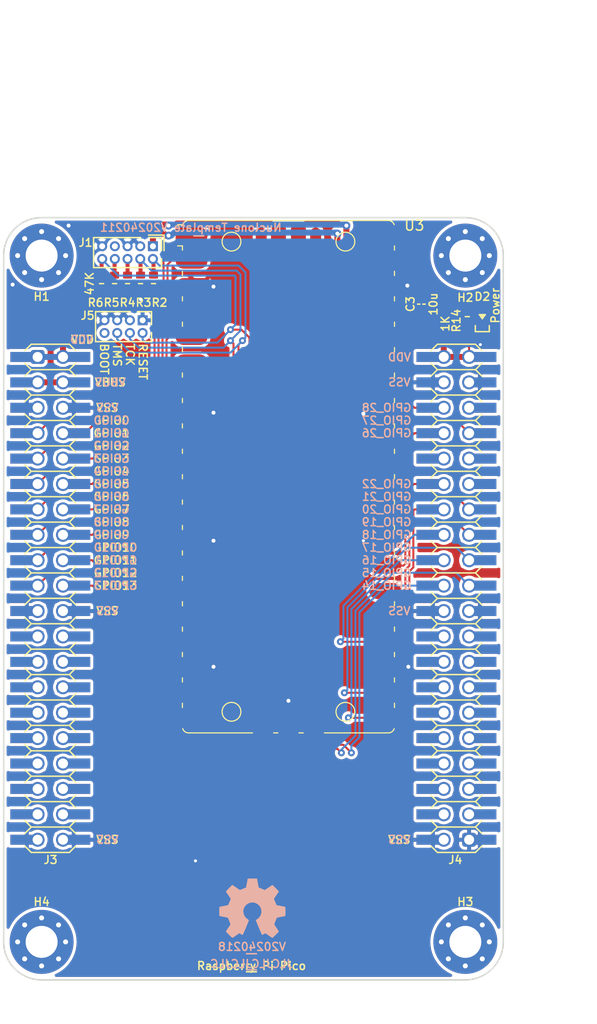
<source format=kicad_pcb>
(kicad_pcb (version 20221018) (generator pcbnew)
  (layers (0 "F.Cu" mixed) (31 "B.Cu" mixed) (34 "B.Paste" user) (35 "F.Paste" user) (36 "B.SilkS" user "B.Silkscreen") (37 "F.SilkS" user "F.Silkscreen") (38 "B.Mask" user) (39 "F.Mask" user) (44 "Edge.Cuts" user))
  (net 0 "")
  (net 1 "/VBUS")
  (net 3 "/VDD")
  (net 4 "/VSS")
  (net 5 "Net-(D2-A)")
  (net 6 "/GPIO_28")
  (net 7 "/GPIO_29")
  (net 8 "/GPIO_32")
  (net 9 "/GPIO_31")
  (net 10 "/GPIO_30")
  (net 11 "/GPIO_35")
  (net 12 "/GPIO_34")
  (net 13 "/GPIO_33")
  (net 14 "/TMS")
  (net 15 "/TCK")
  (net 16 "/TDO")
  (net 17 "/TDI")
  (net 18 "/RESET")
  (net 22 "/GPIO_20")
  (net 23 "/GPIO_23")
  (net 24 "/GPIO_27")
  (net 25 "/GPIO_16")
  (net 26 "/GPIO_21")
  (net 27 "/GPIO_19")
  (net 28 "/GPIO_17")
  (net 29 "/GPIO_18")
  (net 30 "/GPIO_15")
  (net 31 "/GPIO_14")
  (net 32 "/GPIO_22")
  (net 33 "/GPIO_24")
  (net 34 "/GPIO_25")
  (net 35 "/GPIO_26")
  (net 36 "/GPIO_13")
  (net 37 "/GPIO_12")
  (net 38 "/GPIO_11")
  (net 39 "/GPIO_10")
  (net 40 "/GPIO_09")
  (net 41 "/GPIO_08")
  (net 42 "/GPIO_07")
  (net 43 "/GPIO_06")
  (net 44 "/GPIO_05")
  (net 45 "/GPIO_04")
  (net 46 "/GPIO_03")
  (net 47 "/GPIO_02")
  (net 48 "/GPIO_01")
  (net 49 "/GPIO_00")
  (net 50 "/GPIO_41")
  (net 51 "/GPIO_40")
  (net 52 "/GPIO_39")
  (net 53 "/GPIO_38")
  (net 54 "/GPIO_37")
  (net 55 "/GPIO_36")
  (net 56 "/GPIO_45")
  (net 57 "/GPIO_44")
  (net 58 "/GPIO_43")
  (net 59 "/GPIO_42")
  (net 60 "/GPIO_61")
  (net 61 "/GPIO_60")
  (net 62 "/GPIO_59")
  (net 63 "/GPIO_58")
  (net 64 "/GPIO_57")
  (net 65 "/GPIO_56")
  (net 66 "/GPIO_55")
  (net 67 "/GPIO_54")
  (net 68 "/GPIO_53")
  (net 69 "/GPIO_52")
  (net 70 "/GPIO_51")
  (net 71 "/GPIO_50")
  (net 72 "/GPIO_49")
  (net 73 "/GPIO_48")
  (net 74 "/GPIO_47")
  (net 75 "/GPIO_46")
  (footprint "SquantorPcbOutline:MountingHole_3.2mm_M3_Pad_Via" (layer "F.Cu") (at 63.9 64.8)
    (fp_text reference "H1")
    (fp_text value "MountingHole")
  )
  (footprint "SquantorPcbOutline:MountingHole_3.2mm_M3_Pad_Via" (layer "F.Cu") (at 106.3 64.8)
    (fp_text reference "H2")
    (fp_text value "MountingHole")
  )
  (footprint "SquantorPcbOutline:MountingHole_3.2mm_M3_Pad_Via" (layer "F.Cu") (at 106.3 133.4)
    (fp_text reference "H3")
    (fp_text value "MountingHole")
  )
  (footprint "SquantorPcbOutline:MountingHole_3.2mm_M3_Pad_Via" (layer "F.Cu") (at 63.9 133.4)
    (fp_text reference "H4")
    (fp_text value "MountingHole")
  )
  (footprint "SquantorConnectors:Header-0127-2X05-H006" (layer "F.Cu") (at 72.5 64.5 180)
    (fp_text reference "J1")
    (fp_text value "JTAG_2X05")
  )
  (footprint "SquantorResistor:R_0603_hand" (layer "F.Cu") (at 73.8 67.6 -90)
    (fp_text reference "R3")
    (fp_text value "47K")
  )
  (footprint "SquantorResistor:R_0603_hand" (layer "F.Cu") (at 71.2 67.6 -90)
    (fp_text reference "R5")
    (fp_text value "47K")
  )
  (footprint "SquantorResistor:R_0603_hand" (layer "F.Cu") (at 69.9 67.6 -90)
    (fp_text reference "R6")
    (fp_text value "47K")
  )
  (footprint "SquantorLabels:Label_Generic" (layer "F.Cu") (at 84.9 135.7875)
    (fp_text reference "N4" hide)
    (fp_text value "Raspberry Pi Pico")
  )
  (footprint "SquantorDiodes:LED_0603_hand" (layer "F.Cu") (at 108 70.9 90)
    (fp_text reference "D2")
    (fp_text value "GREEN")
  )
  (footprint "SquantorResistor:R_0603_hand" (layer "F.Cu") (at 106.5 70.9 -90)
    (fp_text reference "R14")
    (fp_text value "1K")
  )
  (footprint "SquantorConnectorsNamed:nuclone_medium_right_stacked" (layer "F.Cu") (at 105.41 99.06 90)
    (fp_text reference "J4")
    (fp_text value "nuclone_medium_right")
  )
  (footprint "SquantorResistor:R_0603_hand" (layer "F.Cu") (at 75.1 67.6 -90)
    (fp_text reference "R2")
    (fp_text value "47K")
  )
  (footprint "SquantorResistor:R_0603_hand" (layer "F.Cu") (at 72.5 67.6 -90)
    (fp_text reference "R4")
    (fp_text value "47K")
  )
  (footprint "SquantorCapacitor:C_0603" (layer "F.Cu") (at 101.9 69.65 90)
    (fp_text reference "C3")
    (fp_text value "10u")
  )
  (footprint "SquantorConnectorsNamed:nuclone_medium_left_stacked" (layer "F.Cu") (at 64.77 99.06 -90)
    (fp_text reference "J3")
    (fp_text value "nuclone_medium_left")
  )
  (footprint "Module_RaspberryPi_Pico:RaspberryPi_Pico_Original_SMD" (layer "F.Cu") (at 88.6 86.9)
    (fp_text reference "U3")
    (fp_text value "RaspberryPiPico")
  )
  (footprint "SquantorConnectors:Header-0127-2X04-H006" (layer "F.Cu") (at 72.1 71.9 180)
    (fp_text reference "J5")
    (fp_text value "Conn_02x06_Odd_Even")
  )
  (footprint "SquantorLabels:Label_Generic" (layer "B.Cu") (at 84.9 133.9875 180)
    (fp_text reference "N2" hide)
    (fp_text value "V20240218")
  )
  (footprint "Symbol:OSHW-Symbol_6.7x6mm_SilkScreen" (layer "B.Cu") (at 85 130.05 180)
    (fp_text reference "N1" hide)
    (fp_text value "OHWLOGO" hide)
  )
  (footprint "SquantorLabels:Label_Generic" (layer "B.Cu") (at 84.9 135.5875 180)
    (fp_text reference "N3" hide)
    (fp_text value "JLCJLCJLCJLC")
  )
  (footprint "SquantorLabels:Label_Generic" (layer "B.Cu") (at 79.629 62.23 180)
    (fp_text reference "N5" hide)
    (fp_text value "Nuclone Template V20240211")
  )
  (gr_line (start 76.15 62.75) (end 74.6 62.75) (stroke (width 0.15)) (layer "F.SilkS"))
  (gr_line (start 76.15 62.75) (end 76.15 64.3) (stroke (width 0.15)) (layer "F.SilkS"))
  (gr_line (start 106.3 61) (end 63.9 61) (stroke (width 0.15)) (layer "Edge.Cuts"))
  (gr_arc (start 110.1 133.4) (mid 108.987006 136.087006) (end 106.3 137.2) (stroke (width 0.15)) (layer "Edge.Cuts"))
  (gr_arc (start 63.9 137.2) (mid 61.212994 136.087006) (end 60.1 133.4) (stroke (width 0.15)) (layer "Edge.Cuts"))
  (gr_arc (start 60.1 64.8) (mid 61.212994 62.112994) (end 63.9 61) (stroke (width 0.15)) (layer "Edge.Cuts"))
  (gr_arc (start 106.3 61) (mid 108.987006 62.112994) (end 110.1 64.8) (stroke (width 0.15)) (layer "Edge.Cuts"))
  (gr_line (start 110.1 133.4) (end 110.1 64.8) (stroke (width 0.15)) (layer "Edge.Cuts"))
  (gr_line (start 60.1 64.8) (end 60.1 133.4) (stroke (width 0.15)) (layer "Edge.Cuts"))
  (gr_line (start 63.9 137.2) (end 106.3 137.2) (stroke (width 0.15)) (layer "Edge.Cuts"))
  (gr_text "Power" (at 109.3 69.8 90) (layer "F.SilkS") (effects (font (size 0.8 0.8) (thickness 0.15) bold)))
  (gr_text "RESET\nTCK\nTMS\nBOOT" (at 69.7 73.5 270) (layer "F.SilkS") (effects (font (size 0.8 0.8) (thickness 0.15) bold) (justify left bottom)))
  (segment (start 67.8 66.5) (end 64.8 69.5) (width 0.6) (layer "F.Cu") (net 1))
  (segment (start 76.391248 61.7) (end 68.7 61.7) (width 0.6) (layer "F.Cu") (net 1))
  (segment (start 64.8 69.5) (end 64.8 77.47) (width 0.6) (layer "F.Cu") (net 1))
  (segment (start 63.5 77.47) (end 64.8 77.47) (width 0.6) (layer "F.Cu") (net 1))
  (segment (start 94.4 61.8) (end 94.4 64.8) (width 0.6) (layer "F.Cu") (net 1))
  (segment (start 94.4 64.8) (end 94.91 65.31) (width 0.6) (layer "F.Cu") (net 1))
  (segment (start 64.8 77.47) (end 66.04 77.47) (width 0.6) (layer "F.Cu") (net 1))
  (segment (start 94.91 65.31) (end 97.49 65.31) (width 0.6) (layer "F.Cu") (net 1))
  (segment (start 76.491248 61.8) (end 76.391248 61.7) (width 0.6) (layer "F.Cu") (net 1))
  (segment (start 68.7 61.7) (end 67.8 62.6) (width 0.6) (layer "F.Cu") (net 1))
  (segment (start 67.8 62.6) (end 67.8 66.5) (width 0.6) (layer "F.Cu") (net 1))
  (segment (start 76.6 61.8) (end 76.491248 61.8) (width 0.6) (layer "F.Cu") (net 1))
  (via (at 76.6 61.8) (size 0.8) (drill 0.4) (layers "F.Cu" "B.Cu") (net 1))
  (via (at 94.4 61.8) (size 0.8) (drill 0.4) (layers "F.Cu" "B.Cu") (net 1))
  (segment (start 76.721356 61.7) (end 76.621356 61.7) (width 0.6) (layer "B.Cu") (net 1))
  (segment (start 76.6 61.8) (end 76.6 61.721356) (width 0.6) (layer "B.Cu") (net 1))
  (segment (start 94.3 61.7) (end 76.821356 61.7) (width 0.6) (layer "B.Cu") (net 1))
  (segment (start 76.6 61.721356) (end 76.621356 61.7) (width 0.6) (layer "B.Cu") (net 1))
  (segment (start 76.821356 61.7) (end 76.6 61.8) (width 0.6) (layer "B.Cu") (net 1))
  (segment (start 94.4 61.8) (end 94.3 61.7) (width 0.6) (layer "B.Cu") (net 1))
  (segment (start 93.5 69.9) (end 94 70.4) (width 0.6) (layer "F.Cu") (net 3))
  (segment (start 94 70.4) (end 97.48 70.4) (width 0.6) (layer "F.Cu") (net 3))
  (segment (start 106.68 73.98) (end 106.68 74.93) (width 0.2) (layer "F.Cu") (net 3))
  (segment (start 67.3 68.3) (end 66.04 69.56) (width 0.6) (layer "F.Cu") (net 3))
  (segment (start 76.327207 62.8) (end 76.127207 62.6) (width 0.6) (layer "F.Cu") (net 3))
  (segment (start 72.5 68.45) (end 72.5 69.2) (width 0.2) (layer "F.Cu") (net 3))
  (segment (start 106.68 74.93) (end 104.14 74.93) (width 0.6) (layer "F.Cu") (net 3))
  (segment (start 66.04 69.56) (end 66.04 74.93) (width 0.6) (layer "F.Cu") (net 3))
  (segment (start 72.5 69.2) (end 73.3 70) (width 0.2) (layer "F.Cu") (net 3))
  (segment (start 97.49 72.93) (end 101.9 72.93) (width 0.6) (layer "F.Cu") (net 3))
  (segment (start 71.2 68.45) (end 69.9 68.45) (width 0.2) (layer "F.Cu") (net 3))
  (segment (start 101.9 72.93) (end 103.53 72.93) (width 0.6) (layer "F.Cu") (net 3))
  (segment (start 73.3 70) (end 74.2 70) (width 0.2) (layer "F.Cu") (net 3))
  (segment (start 75.04 62.64) (end 75 62.6) (width 0.6) (layer "F.Cu") (net 3))
  (segment (start 75.04 63.865) (end 75.04 62.64) (width 0.6) (layer "F.Cu") (net 3))
  (segment (start 103.53 72.93) (end 104.14 73.54) (width 0.6) (layer "F.Cu") (net 3))
  (segment (start 67.3 68.3) (end 68.2 67.4) (width 0.2) (layer "F.Cu") (net 3))
  (segment (start 101.9 70.4) (end 101.9 72.93) (width 0.6) (layer "F.Cu") (net 3))
  (segment (start 68.2 67.4) (end 69.25 68.45) (width 0.2) (layer "F.Cu") (net 3))
  (segment (start 76.6 62.8) (end 76.327207 62.8) (width 0.6) (layer "F.Cu") (net 3))
  (segment (start 68.7 66.9) (end 68.7 63) (width 0.6) (layer "F.Cu") (net 3))
  (segment (start 97.48 70.4) (end 97.49 70.39) (width 0.6) (layer "F.Cu") (net 3))
  (segment (start 76.127207 62.6) (end 75 62.6) (width 0.6) (layer "F.Cu") (net 3))
  (segment (start 97.49 70.39) (end 97.5 70.4) (width 0.2) (layer "F.Cu") (net 3))
  (segment (start 68.7 63) (end 69.1 62.6) (width 0.6) (layer "F.Cu") (net 3))
  (segment (start 75.1 69.1) (end 75.1 68.45) (width 0.2) (layer "F.Cu") (net 3))
  (segment (start 106.5 71.75) (end 106.5 73.8) (width 0.2) (layer "F.Cu") (net 3))
  (segment (start 106.5 73.8) (end 106.68 73.98) (width 0.2) (layer "F.Cu") (net 3))
  (segment (start 69.1 62.6) (end 75 62.6) (width 0.6) (layer "F.Cu") (net 3))
  (segment (start 104.14 73.54) (end 104.14 74.93) (width 0.6) (layer "F.Cu") (net 3))
  (segment (start 97.5 70.4) (end 101.9 70.4) (width 0.2) (layer "F.Cu") (net 3))
  (segment (start 72.5 68.45) (end 71.2 68.45) (width 0.2) (layer "F.Cu") (net 3))
  (segment (start 93.5 62.6) (end 93.5 69.9) (width 0.6) (layer "F.Cu") (net 3))
  (segment (start 69.25 68.45) (end 69.9 68.45) (width 0.2) (layer "F.Cu") (net 3))
  (segment (start 67.3 68.3) (end 68.7 66.9) (width 0.6) (layer "F.Cu") (net 3))
  (segment (start 74.2 70) (end 75.1 69.1) (width 0.2) (layer "F.Cu") (net 3))
  (via (at 76.6 62.8) (size 0.8) (drill 0.4) (layers "F.Cu" "B.Cu") (net 3))
  (via (at 93.5 62.6) (size 0.8) (drill 0.4) (layers "F.Cu" "B.Cu") (net 3))
  (segment (start 76.872793 62.8) (end 76.6 62.8) (width 0.6) (layer "B.Cu") (net 3))
  (segment (start 66.04 74.93) (end 63.5 74.93) (width 0.6) (layer "B.Cu") (net 3))
  (segment (start 77.172793 62.5) (end 76.872793 62.8) (width 0.6) (layer "B.Cu") (net 3))
  (segment (start 93.4 62.5) (end 77.172793 62.5) (width 0.6) (layer "B.Cu") (net 3))
  (segment (start 93.5 62.6) (end 93.4 62.5) (width 0.6) (layer "B.Cu") (net 3))
  (segment (start 73.8 69.2) (end 73.8 68.45) (width 0.2) (layer "F.Cu") (net 4))
  (segment (start 101.9 68.2) (end 101.9 68.9) (width 0.6) (layer "F.Cu") (net 4))
  (segment (start 97.49 67.85) (end 101.55 67.85) (width 0.6) (layer "F.Cu") (net 4))
  (segment (start 101.55 67.85) (end 101.9 68.2) (width 0.6) (layer "F.Cu") (net 4))
  (via (at 100.5 67.8) (size 0.8) (drill 0.4) (layers "F.Cu" "B.Cu") (net 4))
  (via (at 61 67.7) (size 0.8) (drill 0.4) (layers "F.Cu" "B.Cu") (net 4))
  (via (at 81.1 80.5) (size 0.8) (drill 0.4) (layers "F.Cu" "B.Cu") (net 4))
  (via (at 96.1 80.6) (size 0.8) (drill 0.4) (layers "F.Cu" "B.Cu") (net 4))
  (via (at 107.8 73.7) (size 0.7) (drill 0.3) (layers "F.Cu" "B.Cu") (net 4))
  (via (at 100.6 105.9) (size 0.8) (drill 0.4) (layers "F.Cu" "B.Cu") (net 4))
  (via (at 81.1 67.9) (size 0.8) (drill 0.4) (layers "F.Cu" "B.Cu") (net 4))
  (via (at 79.3 125.3) (size 0.7) (drill 0.3) (layers "F.Cu" "B.Cu") (net 4))
  (via (at 96.1 93.3) (size 0.7) (drill 0.3) (layers "F.Cu" "B.Cu") (net 4))
  (via (at 66.6 61.8) (size 0.8) (drill 0.4) (layers "F.Cu" "B.Cu") (net 4))
  (via (at 73.8 69.2) (size 0.7) (drill 0.3) (layers "F.Cu" "B.Cu") (net 4))
  (via (at 81.1 105.9) (size 0.8) (drill 0.4) (layers "F.Cu" "B.Cu") (net 4))
  (via (at 88.6 109.3) (size 0.8) (drill 0.4) (layers "F.Cu" "B.Cu") (net 4))
  (via (at 81.1 93.3) (size 0.8) (drill 0.4) (layers "F.Cu" "B.Cu") (net 4))
  (segment (start 106.5 70.05) (end 108 70.05) (width 0.2) (layer "F.Cu") (net 5))
  (segment (start 84 73.3) (end 83.6 73.7) (width 0.2) (layer "F.Cu") (net 14))
  (segment (start 83.6 73.7) (end 83.6 101) (width 0.2) (layer "F.Cu") (net 14))
  (segment (start 75.1 65.195) (end 75.04 65.135) (width 0.4) (layer "F.Cu") (net 14))
  (segment (start 83.6 101) (end 91.2 108.6) (width 0.2) (layer "F.Cu") (net 14))
  (segment (start 91.2 110.74) (end 91.14 110.8) (width 0.2) (layer "F.Cu") (net 14))
  (segment (start 75.1 66.75) (end 75.1 65.195) (width 0.4) (layer "F.Cu") (net 14))
  (segment (start 91.2 108.6) (end 91.2 110.74) (width 0.2) (layer "F.Cu") (net 14))
  (via (at 84 73.3) (size 0.7) (drill 0.3) (layers "F.Cu" "B.Cu") (net 14))
  (segment (start 84 73.3) (end 84.3 73) (width 0.2) (layer "B.Cu") (net 14))
  (segment (start 83.614212 65.8) (end 75.705 65.8) (width 0.2) (layer "B.Cu") (net 14))
  (segment (start 82.8 74.5) (end 72.8 74.5) (width 0.2) (layer "B.Cu") (net 14))
  (segment (start 72.8 74.5) (end 71.465 73.165) (width 0.2) (layer "B.Cu") (net 14))
  (segment (start 75.705 65.8) (end 75.04 65.135) (width 0.2) (layer "B.Cu") (net 14))
  (segment (start 84 73.3) (end 82.8 74.5) (width 0.2) (layer "B.Cu") (net 14))
  (segment (start 71.465 73.165) (end 71.465 72.535) (width 0.2) (layer "B.Cu") (net 14))
  (segment (start 84.3 73) (end 84.3 66.485788) (width 0.2) (layer "B.Cu") (net 14))
  (segment (start 84.3 66.485788) (end 83.614212 65.8) (width 0.2) (layer "B.Cu") (net 14))
  (segment (start 73.8 66.75) (end 73.8 65.165) (width 0.4) (layer "F.Cu") (net 15))
  (segment (start 73.8 65.165) (end 73.77 65.135) (width 0.4) (layer "F.Cu") (net 15))
  (segment (start 82.8 73.3) (end 83.1 73.6) (width 0.2) (layer "F.Cu") (net 15))
  (segment (start 83.1 73.6) (end 83.1 101.207107) (width 0.2) (layer "F.Cu") (net 15))
  (segment (start 83.1 101.207107) (end 86.06 104.167106) (width 0.2) (layer "F.Cu") (net 15))
  (segment (start 86.06 104.167106) (end 86.06 110.8) (width 0.2) (layer "F.Cu") (net 15))
  (via (at 82.8 73.3) (size 0.7) (drill 0.3) (layers "F.Cu" "B.Cu") (net 15))
  (segment (start 72.735 73.135) (end 72.735 72.535) (width 0.2) (layer "B.Cu") (net 15))
  (segment (start 73.6 74) (end 72.735 73.135) (width 0.2) (layer "B.Cu") (net 15))
  (segment (start 74.9 66.3) (end 73.77 65.17) (width 0.2) (layer "B.Cu") (net 15))
  (segment (start 83.8 72.3) (end 83.8 66.692894) (width 0.2) (layer "B.Cu") (net 15))
  (segment (start 82.8 73.3) (end 82.1 74) (width 0.2) (layer "B.Cu") (net 15))
  (segment (start 82.8 73.3) (end 83.8 72.3) (width 0.2) (layer "B.Cu") (net 15))
  (segment (start 82.1 74) (end 73.6 74) (width 0.2) (layer "B.Cu") (net 15))
  (segment (start 83.8 66.692894) (end 83.407106 66.3) (width 0.2) (layer "B.Cu") (net 15))
  (segment (start 73.77 65.17) (end 73.77 65.135) (width 0.2) (layer "B.Cu") (net 15))
  (segment (start 83.407106 66.3) (end 74.9 66.3) (width 0.2) (layer "B.Cu") (net 15))
  (segment (start 72.5 66.75) (end 72.5 65.135) (width 0.4) (layer "F.Cu") (net 16))
  (segment (start 71.2 65.165) (end 71.23 65.135) (width 0.4) (layer "F.Cu") (net 17))
  (segment (start 71.2 66.75) (end 71.2 65.165) (width 0.4) (layer "F.Cu") (net 17))
  (segment (start 82.8 72.2) (end 83.9 72.2) (width 0.2) (layer "F.Cu") (net 18))
  (segment (start 69.9 66.75) (end 69.9 65.195) (width 0.4) (layer "F.Cu") (net 18))
  (segment (start 84.7 73) (end 84.7 75.8) (width 0.2) (layer "F.Cu") (net 18))
  (segment (start 69.9 65.195) (end 69.96 65.135) (width 0.4) (layer "F.Cu") (net 18))
  (segment (start 84.7 75.8) (end 97.07 88.17) (width 0.2) (layer "F.Cu") (net 18))
  (segment (start 83.9 72.2) (end 84.7 73) (width 0.2) (layer "F.Cu") (net 18))
  (segment (start 97.07 88.17) (end 97.49 88.17) (width 0.2) (layer "F.Cu") (net 18))
  (via (at 82.8 72.2) (size 0.7) (drill 0.3) (layers "F.Cu" "B.Cu") (net 18))
  (segment (start 69.96 65.198897) (end 69.96 65.135) (width 0.2) (layer "B.Cu") (net 18))
  (segment (start 82.8 72.2) (end 83.3 71.7) (width 0.2) (layer "B.Cu") (net 18))
  (segment (start 83.3 71.7) (end 83.3 66.9) (width 0.2) (layer "B.Cu") (net 18))
  (segment (start 83.2 66.8) (end 71.561103 66.8) (width 0.2) (layer "B.Cu") (net 18))
  (segment (start 74.005 73.205) (end 74.005 72.535) (width 0.2) (layer "B.Cu") (net 18))
  (segment (start 74.3 73.5) (end 74.005 73.205) (width 0.2) (layer "B.Cu") (net 18))
  (segment (start 81.5 73.5) (end 74.3 73.5) (width 0.2) (layer "B.Cu") (net 18))
  (segment (start 71.561103 66.8) (end 69.96 65.198897) (width 0.2) (layer "B.Cu") (net 18))
  (segment (start 83.3 66.9) (end 83.2 66.8) (width 0.2) (layer "B.Cu") (net 18))
  (segment (start 82.8 72.2) (end 81.5 73.5) (width 0.2) (layer "B.Cu") (net 18))
  (segment (start 74.61 103.41) (end 68.99 97.79) (width 0.2) (layer "F.Cu") (net 36))
  (segment (start 68.99 97.79) (end 67.12 97.79) (width 0.2) (layer "F.Cu") (net 36))
  (segment (start 79.71 103.41) (end 74.61 103.41) (width 0.2) (layer "F.Cu") (net 36))
  (segment (start 64.79 96.5) (end 63.5 97.79) (width 0.2) (layer "F.Cu") (net 37))
  (segment (start 69 96.5) (end 64.79 96.5) (width 0.2) (layer "F.Cu") (net 37))
  (segment (start 73.37 100.87) (end 69 96.5) (width 0.2) (layer "F.Cu") (net 37))
  (segment (start 79.71 100.87) (end 73.37 100.87) (width 0.2) (layer "F.Cu") (net 37))
  (segment (start 79.71 98.33) (end 72.03 98.33) (width 0.2) (layer "F.Cu") (net 38))
  (segment (start 72.03 98.33) (end 68.95 95.25) (width 0.2) (layer "F.Cu") (net 38))
  (segment (start 68.95 95.25) (end 67.12 95.25) (width 0.2) (layer "F.Cu") (net 38))
  (segment (start 64.75 94) (end 63.5 95.25) (width 0.2) (layer "F.Cu") (net 39))
  (segment (start 69 94) (end 64.75 94) (width 0.2) (layer "F.Cu") (net 39))
  (segment (start 70.79 95.79) (end 69 94) (width 0.2) (layer "F.Cu") (net 39))
  (segment (start 79.71 95.79) (end 70.79 95.79) (width 0.2) (layer "F.Cu") (net 39))
  (segment (start 79.71 90.71) (end 70.99 90.71) (width 0.2) (layer "F.Cu") (net 40))
  (segment (start 70.99 90.71) (end 68.99 92.71) (width 0.2) (layer "F.Cu") (net 40))
  (segment (start 68.99 92.71) (end 67.12 92.71) (width 0.2) (layer "F.Cu") (net 40))
  (segment (start 69.1 91.4) (end 64.81 91.4) (width 0.2) (layer "F.Cu") (net 41))
  (segment (start 79.71 88.17) (end 72.33 88.17) (width 0.2) (layer "F.Cu") (net 41))
  (segment (start 64.81 91.4) (end 63.5 92.71) (width 0.2) (layer "F.Cu") (net 41))
  (segment (start 72.33 88.17) (end 69.1 91.4) (width 0.2) (layer "F.Cu") (net 41))
  (segment (start 71.3 85.8) (end 71.3 87.9) (width 0.2) (layer "F.Cu") (net 42))
  (segment (start 71.3 87.9) (end 69.03 90.17) (width 0.2) (layer "F.Cu") (net 42))
  (segment (start 71.47 85.63) (end 71.3 85.8) (width 0.2) (layer "F.Cu") (net 42))
  (segment (start 69.03 90.17) (end 67.12 90.17) (width 0.2) (layer "F.Cu") (net 42))
  (segment (start 79.71 85.63) (end 71.47 85.63) (width 0.2) (layer "F.Cu") (net 42))
  (segment (start 64.77 88.9) (end 63.5 90.17) (width 0.2) (layer "F.Cu") (net 43))
  (segment (start 71.11 83.09) (end 70.9 83.3) (width 0.2) (layer "F.Cu") (net 43))
  (segment (start 79.71 83.09) (end 71.11 83.09) (width 0.2) (layer "F.Cu") (net 43))
  (segment (start 70.9 87) (end 69 88.9) (width 0.2) (layer "F.Cu") (net 43))
  (segment (start 70.9 83.3) (end 70.9 87) (width 0.2) (layer "F.Cu") (net 43))
  (segment (start 69 88.9) (end 64.77 88.9) (width 0.2) (layer "F.Cu") (net 43))
  (segment (start 70.5 86.1) (end 68.97 87.63) (width 0.2) (layer "F.Cu") (net 44))
  (segment (start 79.71 78.01) (end 75.19 78.01) (width 0.2) (layer "F.Cu") (net 44))
  (segment (start 70.5 82.7) (end 70.5 86.1) (width 0.2) (layer "F.Cu") (net 44))
  (segment (start 68.97 87.63) (end 67.12 87.63) (width 0.2) (layer "F.Cu") (net 44))
  (segment (start 75.19 78.01) (end 70.5 82.7) (width 0.2) (layer "F.Cu") (net 44))
  (segment (start 70.1 85.15) (end 68.95 86.3) (width 0.2) (layer "F.Cu") (net 45))
  (segment (start 79.71 75.47) (end 77.13 75.47) (width 0.2) (layer "F.Cu") (net 45))
  (segment (start 64.83 86.3) (end 63.5 87.63) (width 0.2) (layer "F.Cu") (net 45))
  (segment (start 77.13 75.47) (end 70.1 82.5) (width 0.2) (layer "F.Cu") (net 45))
  (segment (start 68.95 86.3) (end 64.83 86.3) (width 0.2) (layer "F.Cu") (net 45))
  (segment (start 70.1 82.5) (end 70.1 85.15) (width 0.2) (layer "F.Cu") (net 45))
  (segment (start 69 85.1) (end 68.99 85.09) (width 0.2) (layer "F.Cu") (net 46))
  (segment (start 75.3 76.7) (end 75.265686 76.7) (width 0.2) (layer "F.Cu") (net 46))
  (segment (start 75.265686 76.7) (end 69.7 82.265686) (width 0.2) (layer "F.Cu") (net 46))
  (segment (start 76.4 73.2) (end 76.4 75.6) (width 0.2) (layer "F.Cu") (net 46))
  (segment (start 79.71 72.93) (end 76.67 72.93) (width 0.2) (layer "F.Cu") (net 46))
  (segment (start 69.7 82.265686) (end 69.7 84.4) (width 0.2) (layer "F.Cu") (net 46))
  (segment (start 68.99 85.09) (end 67.12 85.09) (width 0.2) (layer "F.Cu") (net 46))
  (segment (start 69.7 84.4) (end 69 85.1) (width 0.2) (layer "F.Cu") (net 46))
  (segment (start 76.67 72.93) (end 76.4 73.2) (width 0.2) (layer "F.Cu") (net 46))
  (segment (start 76.4 75.6) (end 75.3 76.7) (width 0.2) (layer "F.Cu") (net 46))
  (segment (start 69 83.8) (end 64.79 83.8) (width 0.2) (layer "F.Cu") (net 47))
  (segment (start 76 70.6) (end 76 75.4) (width 0.2) (layer "F.Cu") (net 47))
  (segment (start 64.79 83.8) (end 63.5 85.09) (width 0.2) (layer "F.Cu") (net 47))
  (segment (start 69.3 82.1) (end 69.3 83.5) (width 0.2) (layer "F.Cu") (net 47))
  (segment (start 79.71 70.39) (end 76.21 70.39) (width 0.2) (layer "F.Cu") (net 47))
  (segment (start 76 75.4) (end 69.3 82.1) (width 0.2) (layer "F.Cu") (net 47))
  (segment (start 69.3 83.5) (end 69 83.8) (width 0.2) (layer "F.Cu") (net 47))
  (segment (start 76.21 70.39) (end 76 70.6) (width 0.2) (layer "F.Cu") (net 47))
  (segment (start 76.5 69.5) (end 75.6 70.4) (width 0.2) (layer "F.Cu") (net 48))
  (segment (start 68.25 82.55) (end 67.12 82.55) (width 0.2) (layer "F.Cu") (net 48))
  (segment (start 76.89 65.31) (end 76.5 65.7) (width 0.2) (layer "F.Cu") (net 48))
  (segment (start 75.6 70.4) (end 75.6 75.2) (width 0.2) (layer "F.Cu") (net 48))
  (segment (start 79.71 65.31) (end 76.89 65.31) (width 0.2) (layer "F.Cu") (net 48))
  (segment (start 76.5 65.7) (end 76.5 69.5) (width 0.2) (layer "F.Cu") (net 48))
  (segment (start 75.6 75.2) (end 68.25 82.55) (width 0.2) (layer "F.Cu") (net 48))
  (segment (start 76.1 64.75) (end 78.08 62.77) (width 0.2) (layer "F.Cu") (net 49))
  (segment (start 75.2 70.2) (end 76.1 69.3) (width 0.2) (layer "F.Cu") (net 49))
  (segment (start 63.5 82.55) (end 64.75 81.3) (width 0.2) (layer "F.Cu") (net 49))
  (segment (start 68.9 81.3) (end 75.2 75) (width 0.2) (layer "F.Cu") (net 49))
  (segment (start 75.2 75) (end 75.2 70.2) (width 0.2) (layer "F.Cu") (net 49))
  (segment (start 64.75 81.3) (end 68.9 81.3) (width 0.2) (layer "F.Cu") (net 49))
  (segment (start 78.08 62.77) (end 79.71 62.77) (width 0.2) (layer "F.Cu") (net 49))
  (segment (start 76.1 69.3) (end 76.1 64.75) (width 0.2) (layer "F.Cu") (net 49))
  (segment (start 100.11 78.01) (end 100.2 78.1) (width 0.2) (layer "F.Cu") (net 61))
  (segment (start 97.49 78.01) (end 100.11 78.01) (width 0.2) (layer "F.Cu") (net 61))
  (segment (start 101.21 80.01) (end 103.06 80.01) (width 0.2) (layer "F.Cu") (net 61))
  (segment (start 100.2 78.1) (end 100.2 79) (width 0.2) (layer "F.Cu") (net 61))
  (segment (start 100.2 79) (end 101.21 80.01) (width 0.2) (layer "F.Cu") (net 61))
  (segment (start 100.3 82.9) (end 100.3 82.2) (width 0.2) (layer "F.Cu") (net 62))
  (segment (start 100.3 82.2) (end 101.2 81.3) (width 0.2) (layer "F.Cu") (net 62))
  (segment (start 97.49 83.09) (end 100.11 83.09) (width 0.2) (layer "F.Cu") (net 62))
  (segment (start 105.43 81.3) (end 106.68 82.55) (width 0.2) (layer "F.Cu") (net 62))
  (segment (start 101.2 81.3) (end 105.43 81.3) (width 0.2) (layer "F.Cu") (net 62))
  (segment (start 100.11 83.09) (end 100.3 82.9) (width 0.2) (layer "F.Cu") (net 62))
  (segment (start 100.07 85.63) (end 100.3 85.4) (width 0.2) (layer "F.Cu") (net 63))
  (segment (start 100.3 85.4) (end 100.3 83.465686) (width 0.2) (layer "F.Cu") (net 63))
  (segment (start 100.3 83.465686) (end 101.215686 82.55) (width 0.2) (layer "F.Cu") (net 63))
  (segment (start 101.215686 82.55) (end 103.06 82.55) (width 0.2) (layer "F.Cu") (net 63))
  (segment (start 97.49 85.63) (end 100.07 85.63) (width 0.2) (layer "F.Cu") (net 63))
  (segment (start 100.3 90.5) (end 100.3 88.5) (width 0.2) (layer "F.Cu") (net 67))
  (segment (start 97.49 90.71) (end 100.09 90.71) (width 0.2) (layer "F.Cu") (net 67))
  (segment (start 100.09 90.71) (end 100.3 90.5) (width 0.2) (layer "F.Cu") (net 67))
  (segment (start 101.17 87.63) (end 103.06 87.63) (width 0.2) (layer "F.Cu") (net 67))
  (segment (start 100.3 88.5) (end 101.17 87.63) (width 0.2) (layer "F.Cu") (net 67))
  (segment (start 100.3 95.6) (end 100.3 91.065686) (width 0.2) (layer "F.Cu") (net 68))
  (segment (start 100.11 95.79) (end 100.3 95.6) (width 0.2) (layer "F.Cu") (net 68))
  (segment (start 105.41 88.9) (end 106.68 90.17) (width 0.2) (layer "F.Cu") (net 68))
  (segment (start 100.7 90.665685) (end 100.7 89.4) (width 0.2) (layer "F.Cu") (net 68))
  (segment (start 97.49 95.79) (end 100.11 95.79) (width 0.2) (layer "F.Cu") (net 68))
  (segment (start 100.3 91.065686) (end 100.7 90.665685) (width 0.2) (layer "F.Cu") (net 68))
  (segment (start 100.7 89.4) (end 101.2 88.9) (width 0.2) (layer "F.Cu") (net 68))
  (segment (start 101.2 88.9) (end 105.41 88.9) (width 0.2) (layer "F.Cu") (net 68))
  (segment (start 97.49 98.33) (end 100.07 98.33) (width 0.2) (layer "F.Cu") (net 69))
  (segment (start 101.23 90.17) (end 103.06 90.17) (width 0.2) (layer "F.Cu") (net 69))
  (segment (start 101.1 90.3) (end 101.23 90.17) (width 0.2) (layer "F.Cu") (net 69))
  (segment (start 101.1 90.83137) (end 101.1 90.3) (width 0.2) (layer "F.Cu") (net 69))
  (segment (start 100.3 96.2) (end 100.7 95.8) (width 0.2) (layer "F.Cu") (net 69))
  (segment (start 100.7 91.231371) (end 101.1 90.83137) (width 0.2) (layer "F.Cu") (net 69))
  (segment (start 100.3 98.1) (end 100.3 96.2) (width 0.2) (layer "F.Cu") (net 69))
  (segment (start 100.7 95.8) (end 100.7 91.231371) (width 0.2) (layer "F.Cu") (net 69))
  (segment (start 100.07 98.33) (end 100.3 98.1) (width 0.2) (layer "F.Cu") (net 69))
  (segment (start 105.47 91.5) (end 106.68 92.71) (width 0.2) (layer "F.Cu") (net 70))
  (segment (start 100.7 98.265685) (end 100.7 96.365686) (width 0.2) (layer "F.Cu") (net 70))
  (segment (start 101.2 91.5) (end 105.47 91.5) (width 0.2) (layer "F.Cu") (net 70))
  (segment (start 100.2 98.765685) (end 100.7 98.265685) (width 0.2) (layer "F.Cu") (net 70))
  (segment (start 97.49 100.87) (end 100.13 100.87) (width 0.2) (layer "F.Cu") (net 70))
  (segment (start 101.1 91.6) (end 101.2 91.5) (width 0.2) (layer "F.Cu") (net 70))
  (segment (start 100.7 96.365686) (end 101.1 95.965686) (width 0.2) (layer "F.Cu") (net 70))
  (segment (start 101.1 95.965686) (end 101.1 91.6) (width 0.2) (layer "F.Cu") (net 70))
  (segment (start 100.2 100.8) (end 100.2 98.765685) (width 0.2) (layer "F.Cu") (net 70))
  (segment (start 100.13 100.87) (end 100.2 100.8) (width 0.2) (layer "F.Cu") (net 70))
  (segment (start 97.48 103.4) (end 97.49 103.41) (width 0.2) (layer "F.Cu") (net 71))
  (segment (start 93.8 103.4) (end 97.48 103.4) (width 0.2) (layer "F.Cu") (net 71))
  (via (at 93.8 103.4) (size 0.7) (drill 0.3) (layers "F.Cu" "B.Cu") (net 71))
  (segment (start 94.1 99.8) (end 101.19 92.71) (width 0.2) (layer "B.Cu") (net 71))
  (segment (start 101.19 92.71) (end 103.06 92.71) (width 0.2) (layer "B.Cu") (net 71))
  (segment (start 94.1 103.1) (end 94.1 99.8) (width 0.2) (layer "B.Cu") (net 71))
  (segment (start 93.8 103.4) (end 94.1 103.1) (width 0.2) (layer "B.Cu") (net 71))
  (segment (start 94.2 108.5) (end 97.48 108.5) (width 0.2) (layer "F.Cu") (net 72))
  (segment (start 97.48 108.5) (end 97.49 108.49) (width 0.2) (layer "F.Cu") (net 72))
  (via (at 94.2 108.5) (size 0.7) (drill 0.3) (layers "F.Cu" "B.Cu") (net 72))
  (segment (start 94.5 108.2) (end 94.2 108.5) (width 0.2) (layer "B.Cu") (net 72))
  (segment (start 94.5 99.965686) (end 94.5 108.2) (width 0.2) (layer "B.Cu") (net 72))
  (segment (start 100.465686 94) (end 94.5 99.965686) (width 0.2) (layer "B.Cu") (net 72))
  (segment (start 105.43 94) (end 100.465686 94) (width 0.2) (layer "B.Cu") (net 72))
  (segment (start 106.68 95.25) (end 105.43 94) (width 0.2) (layer "B.Cu") (net 72))
  (segment (start 94.6 111) (end 97.46 111) (width 0.2) (layer "F.Cu") (net 73))
  (segment (start 97.46 111) (end 97.49 111.03) (width 0.2) (layer "F.Cu") (net 73))
  (via (at 94.6 111) (size 0.7) (drill 0.3) (layers "F.Cu" "B.Cu") (net 73))
  (segment (start 94.9 110.7) (end 94.9 100.131372) (width 0.2) (layer "B.Cu") (net 73))
  (segment (start 94.9 100.131372) (end 99.781372 95.25) (width 0.2) (layer "B.Cu") (net 73))
  (segment (start 94.6 111) (end 94.9 110.7) (width 0.2) (layer "B.Cu") (net 73))
  (segment (start 99.781372 95.25) (end 103.06 95.25) (width 0.2) (layer "B.Cu") (net 73))
  (segment (start 82.78 114.1) (end 80.8 112.12) (width 0.2) (layer "F.Cu") (net 74))
  (segment (start 93.5 114.1) (end 82.78 114.1) (width 0.2) (layer "F.Cu") (net 74))
  (segment (start 80.8 112.12) (end 80.8 111.2) (width 0.2) (layer "F.Cu") (net 74))
  (segment (start 80.63 111.03) (end 79.71 111.03) (width 0.2) (layer "F.Cu") (net 74))
  (segment (start 93.9 114.5) (end 93.5 114.1) (width 0.2) (layer "F.Cu") (net 74))
  (segment (start 80.8 111.2) (end 80.63 111.03) (width 0.2) (layer "F.Cu") (net 74))
  (via (at 93.9 114.5) (size 0.7) (drill 0.3) (layers "F.Cu" "B.Cu") (net 74))
  (segment (start 105.39 96.5) (end 99.097058 96.5) (width 0.2) (layer "B.Cu") (net 74))
  (segment (start 106.68 97.79) (end 105.39 96.5) (width 0.2) (layer "B.Cu") (net 74))
  (segment (start 99.097058 96.5) (end 95.3 100.297058) (width 0.2) (layer "B.Cu") (net 74))
  (segment (start 95.3 100.297058) (end 95.3 112.780761) (width 0.2) (layer "B.Cu") (net 74))
  (segment (start 95.3 112.780761) (end 93.9 114.180761) (width 0.2) (layer "B.Cu") (net 74))
  (segment (start 93.9 114.180761) (end 93.9 114.5) (width 0.2) (layer "B.Cu") (net 74))
  (segment (start 94.1 113.7) (end 82.945686 113.7) (width 0.2) (layer "F.Cu") (net 75))
  (segment (start 80.8 108.58) (end 80.71 108.49) (width 0.2) (layer "F.Cu") (net 75))
  (segment (start 82.945686 113.7) (end 81.2 111.954314) (width 0.2) (layer "F.Cu") (net 75))
  (segment (start 80.8 110.634314) (end 80.8 108.58) (width 0.2) (layer "F.Cu") (net 75))
  (segment (start 80.71 108.49) (end 79.71 108.49) (width 0.2) (layer "F.Cu") (net 75))
  (segment (start 81.2 111.954314) (end 81.2 111.034314) (width 0.2) (layer "F.Cu") (net 75))
  (segment (start 94.9 114.5) (end 94.1 113.7) (width 0.2) (layer "F.Cu") (net 75))
  (segment (start 81.2 111.034314) (end 80.8 110.634314) (width 0.2) (layer "F.Cu") (net 75))
  (via (at 94.9 114.5) (size 0.7) (drill 0.3) (layers "F.Cu" "B.Cu") (net 75))
  (segment (start 94.9 113.746447) (end 95.7 112.946447) (width 0.2) (layer "B.Cu") (net 75))
  (segment (start 94.9 114.5) (end 94.9 113.746447) (width 0.2) (layer "B.Cu") (net 75))
  (segment (start 95.7 100.462744) (end 98.372744 97.79) (width 0.2) (layer "B.Cu") (net 75))
  (segment (start 95.7 112.946447) (end 95.7 100.462744) (width 0.2) (layer "B.Cu") (net 75))
  (segment (start 98.372744 97.79) (end 103.06 97.79) (width 0.2) (layer "B.Cu") (net 75))
  (zone (net 4) (net_name "/VSS") (layer "F.Cu") (connect_pads (clearance 0.3)) (min_thickness 0.3) (fill yes (thermal_gap 0.3) (thermal_bridge_width 0.4))
    (polygon (pts (xy 110.1 137.2) (xy 60.1 137.2) (xy 60.1 61) (xy 110.1 61)))
  )
  (zone (net 4) (net_name "/VSS") (layer "B.Cu") (connect_pads (clearance 0.3)) (min_thickness 0.3) (fill yes (thermal_gap 0.3) (thermal_bridge_width 0.4))
    (polygon (pts (xy 60.1 61) (xy 110.1 61) (xy 110.1 137.2) (xy 60.1 137.2)))
  )
)
</source>
